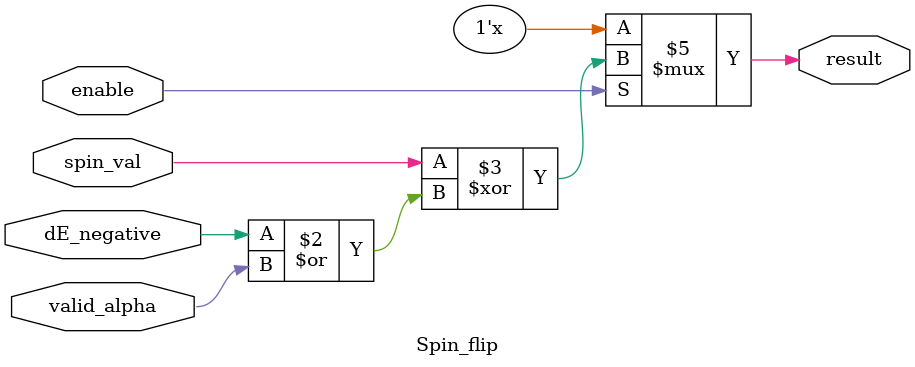
<source format=v>
module Spin_flip(spin_val, dE_negative, valid_alpha, enable, result);
	
	input spin_val, dE_negative, valid_alpha;
	input enable;
	output reg result;
	
	always @(*) begin

		if(enable)
			result = spin_val ^ (dE_negative | valid_alpha);
	end

endmodule

</source>
